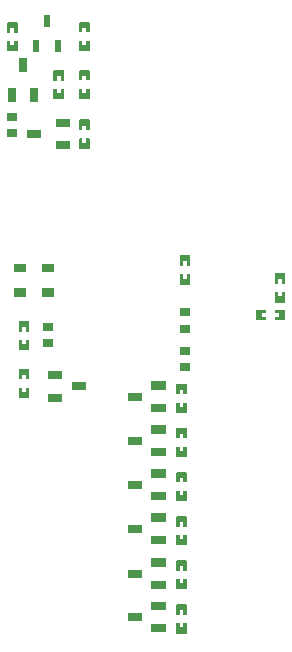
<source format=gtp>
G04 Layer: TopPasteMaskLayer*
G04 EasyEDA v6.4.25, 2021-12-23T21:53:31+01:00*
G04 8dbf8c46b5b441d7b08fc360c6495019,7d3f4a13764643a7838717c5c1d40531,10*
G04 Gerber Generator version 0.2*
G04 Scale: 100 percent, Rotated: No, Reflected: No *
G04 Dimensions in inches *
G04 leading zeros omitted , absolute positions ,3 integer and 6 decimal *
%FSLAX36Y36*%
%MOIN*%

%ADD18R,0.0492X0.0276*%
%ADD20R,0.0354X0.0315*%
%ADD21R,0.0276X0.0492*%
%ADD22R,0.0209X0.0416*%
%ADD23R,0.0394X0.0295*%

%LPD*%
G36*
X903060Y170820D02*
G01*
X901080Y168840D01*
X901080Y137360D01*
X903060Y135380D01*
X934539Y135380D01*
X936520Y137360D01*
X936520Y168840D01*
X934539Y170820D01*
X925580Y170820D01*
X925580Y156260D01*
X912580Y156260D01*
X912580Y170820D01*
G37*
G36*
X903060Y233420D02*
G01*
X901080Y231439D01*
X901080Y200340D01*
X903060Y198380D01*
X912580Y198380D01*
X912580Y213340D01*
X925580Y213340D01*
X925580Y198380D01*
X934539Y198380D01*
X936520Y200340D01*
X936520Y231439D01*
X934539Y233420D01*
G37*
G36*
X903060Y317620D02*
G01*
X901080Y315640D01*
X901080Y284160D01*
X903060Y282180D01*
X934539Y282180D01*
X936520Y284160D01*
X936520Y315640D01*
X934539Y317620D01*
X925580Y317620D01*
X925580Y303040D01*
X912580Y303040D01*
X912580Y317620D01*
G37*
G36*
X903060Y380220D02*
G01*
X901080Y378240D01*
X901080Y347140D01*
X903060Y345180D01*
X912580Y345180D01*
X912580Y360140D01*
X925580Y360140D01*
X925580Y345180D01*
X934539Y345180D01*
X936520Y347140D01*
X936520Y378240D01*
X934539Y380220D01*
G37*
G36*
X903060Y464520D02*
G01*
X901080Y462540D01*
X901080Y431060D01*
X903060Y429080D01*
X934539Y429080D01*
X936520Y431060D01*
X936520Y462540D01*
X934539Y464520D01*
X925580Y464520D01*
X925580Y449940D01*
X912580Y449940D01*
X912580Y464520D01*
G37*
G36*
X903060Y527120D02*
G01*
X901080Y525140D01*
X901080Y494040D01*
X903060Y492080D01*
X912580Y492080D01*
X912580Y507040D01*
X925580Y507040D01*
X925580Y492080D01*
X934539Y492080D01*
X936520Y494040D01*
X936520Y525140D01*
X934539Y527120D01*
G37*
G36*
X903060Y611420D02*
G01*
X901080Y609440D01*
X901080Y577960D01*
X903060Y575980D01*
X934539Y575980D01*
X936520Y577960D01*
X936520Y609440D01*
X934539Y611420D01*
X925580Y611420D01*
X925580Y596840D01*
X912580Y596840D01*
X912580Y611420D01*
G37*
G36*
X903060Y674020D02*
G01*
X901080Y672039D01*
X901080Y640939D01*
X903060Y638980D01*
X912580Y638980D01*
X912580Y653940D01*
X925580Y653940D01*
X925580Y638980D01*
X934539Y638980D01*
X936520Y640939D01*
X936520Y672039D01*
X934539Y674020D01*
G37*
G36*
X903060Y758319D02*
G01*
X901080Y756340D01*
X901080Y724860D01*
X903060Y722880D01*
X934539Y722880D01*
X936520Y724860D01*
X936520Y756340D01*
X934539Y758319D01*
X925580Y758319D01*
X925580Y743760D01*
X912580Y743760D01*
X912580Y758319D01*
G37*
G36*
X903060Y820920D02*
G01*
X901080Y818940D01*
X901080Y787840D01*
X903060Y785879D01*
X912580Y785879D01*
X912580Y800840D01*
X925580Y800840D01*
X925580Y785879D01*
X934539Y785879D01*
X936520Y787840D01*
X936520Y818940D01*
X934539Y820920D01*
G37*
G36*
X903060Y905120D02*
G01*
X901080Y903139D01*
X901080Y871660D01*
X903060Y869680D01*
X934539Y869680D01*
X936520Y871660D01*
X936520Y903139D01*
X934539Y905120D01*
X925580Y905120D01*
X925580Y890540D01*
X912580Y890540D01*
X912580Y905120D01*
G37*
G36*
X903060Y967720D02*
G01*
X901080Y965740D01*
X901080Y934640D01*
X903060Y932680D01*
X912580Y932680D01*
X912580Y947640D01*
X925580Y947640D01*
X925580Y932680D01*
X934539Y932680D01*
X936520Y934640D01*
X936520Y965740D01*
X934539Y967720D01*
G37*
G36*
X378000Y955160D02*
G01*
X376040Y953199D01*
X376040Y921700D01*
X378000Y919740D01*
X409500Y919740D01*
X411460Y921700D01*
X411460Y953199D01*
X409500Y955160D01*
X400520Y955160D01*
X400520Y940600D01*
X387540Y940600D01*
X387540Y955160D01*
G37*
G36*
X378000Y1017760D02*
G01*
X376040Y1015800D01*
X376040Y984700D01*
X378000Y982720D01*
X387540Y982720D01*
X387540Y997680D01*
X400520Y997680D01*
X400520Y982720D01*
X409500Y982720D01*
X411460Y984700D01*
X411460Y1015800D01*
X409500Y1017760D01*
G37*
G36*
X1231180Y1214600D02*
G01*
X1229200Y1212620D01*
X1229200Y1203640D01*
X1243780Y1203640D01*
X1243780Y1190660D01*
X1229200Y1190660D01*
X1229200Y1181120D01*
X1231180Y1179160D01*
X1262680Y1179160D01*
X1264640Y1181120D01*
X1264640Y1212620D01*
X1262680Y1214600D01*
G37*
G36*
X1168580Y1214600D02*
G01*
X1166620Y1212620D01*
X1166620Y1181120D01*
X1168580Y1179160D01*
X1199680Y1179160D01*
X1201640Y1181120D01*
X1201640Y1190660D01*
X1186680Y1190660D01*
X1186680Y1203640D01*
X1201640Y1203640D01*
X1201640Y1212620D01*
X1199680Y1214600D01*
G37*
G36*
X1231120Y1273920D02*
G01*
X1229160Y1271940D01*
X1229160Y1240460D01*
X1231120Y1238480D01*
X1262620Y1238480D01*
X1264600Y1240460D01*
X1264600Y1271940D01*
X1262620Y1273920D01*
X1253640Y1273920D01*
X1253640Y1259340D01*
X1240660Y1259340D01*
X1240660Y1273920D01*
G37*
G36*
X1231120Y1336519D02*
G01*
X1229160Y1334540D01*
X1229160Y1303440D01*
X1231120Y1301480D01*
X1240660Y1301480D01*
X1240660Y1316440D01*
X1253640Y1316440D01*
X1253640Y1301480D01*
X1262620Y1301480D01*
X1264600Y1303440D01*
X1264600Y1334540D01*
X1262620Y1336519D01*
G37*
G36*
X579260Y1951420D02*
G01*
X577280Y1949440D01*
X577280Y1917960D01*
X579260Y1915980D01*
X610740Y1915980D01*
X612720Y1917960D01*
X612720Y1949440D01*
X610740Y1951420D01*
X601780Y1951420D01*
X601780Y1936840D01*
X588780Y1936840D01*
X588780Y1951420D01*
G37*
G36*
X579260Y2014019D02*
G01*
X577280Y2012040D01*
X577280Y1980940D01*
X579260Y1978980D01*
X588780Y1978980D01*
X588780Y1993940D01*
X601780Y1993940D01*
X601780Y1978980D01*
X610740Y1978980D01*
X612720Y1980940D01*
X612720Y2012040D01*
X610740Y2014019D01*
G37*
G36*
X494260Y2014019D02*
G01*
X492280Y2012040D01*
X492280Y1980560D01*
X494260Y1978580D01*
X503220Y1978580D01*
X503220Y1993160D01*
X516220Y1993160D01*
X516220Y1978580D01*
X525740Y1978580D01*
X527720Y1980560D01*
X527720Y2012040D01*
X525740Y2014019D01*
G37*
G36*
X494260Y1951020D02*
G01*
X492280Y1949060D01*
X492280Y1917960D01*
X494260Y1915980D01*
X525740Y1915980D01*
X527720Y1917960D01*
X527720Y1949060D01*
X525740Y1951020D01*
X516220Y1951020D01*
X516220Y1936060D01*
X503220Y1936060D01*
X503220Y1951020D01*
G37*
G36*
X579260Y2111420D02*
G01*
X577280Y2109440D01*
X577280Y2077960D01*
X579260Y2075980D01*
X610740Y2075980D01*
X612720Y2077960D01*
X612720Y2109440D01*
X610740Y2111420D01*
X601780Y2111420D01*
X601780Y2096840D01*
X588780Y2096840D01*
X588780Y2111420D01*
G37*
G36*
X579260Y2174020D02*
G01*
X577280Y2172040D01*
X577280Y2140940D01*
X579260Y2138980D01*
X588780Y2138980D01*
X588780Y2153940D01*
X601780Y2153940D01*
X601780Y2138980D01*
X610740Y2138980D01*
X612720Y2140940D01*
X612720Y2172040D01*
X610740Y2174020D01*
G37*
G36*
X339260Y2174020D02*
G01*
X337280Y2172040D01*
X337280Y2140560D01*
X339260Y2138580D01*
X348220Y2138580D01*
X348220Y2153160D01*
X361220Y2153160D01*
X361220Y2138580D01*
X370740Y2138580D01*
X372720Y2140560D01*
X372720Y2172040D01*
X370740Y2174020D01*
G37*
G36*
X339260Y2111020D02*
G01*
X337280Y2109060D01*
X337280Y2077960D01*
X339260Y2075980D01*
X370740Y2075980D01*
X372720Y2077960D01*
X372720Y2109060D01*
X370740Y2111020D01*
X361220Y2111020D01*
X361220Y2096060D01*
X348220Y2096060D01*
X348220Y2111020D01*
G37*
G36*
X579260Y1849019D02*
G01*
X577280Y1847040D01*
X577280Y1815560D01*
X579260Y1813580D01*
X588220Y1813580D01*
X588220Y1828160D01*
X601220Y1828160D01*
X601220Y1813580D01*
X610740Y1813580D01*
X612720Y1815560D01*
X612720Y1847040D01*
X610740Y1849019D01*
G37*
G36*
X579260Y1786020D02*
G01*
X577280Y1784060D01*
X577280Y1752960D01*
X579260Y1750980D01*
X610740Y1750980D01*
X612720Y1752960D01*
X612720Y1784060D01*
X610740Y1786020D01*
X601220Y1786020D01*
X601220Y1771060D01*
X588220Y1771060D01*
X588220Y1786020D01*
G37*
G36*
X378000Y1177140D02*
G01*
X376040Y1175180D01*
X376040Y1143680D01*
X378000Y1141700D01*
X386980Y1141700D01*
X386980Y1156280D01*
X399960Y1156280D01*
X399960Y1141700D01*
X409500Y1141700D01*
X411460Y1143680D01*
X411460Y1175180D01*
X409500Y1177140D01*
G37*
G36*
X378000Y1114140D02*
G01*
X376040Y1112180D01*
X376040Y1081080D01*
X378000Y1079120D01*
X409500Y1079120D01*
X411460Y1081080D01*
X411460Y1112180D01*
X409500Y1114140D01*
X399960Y1114140D01*
X399960Y1099180D01*
X386980Y1099180D01*
X386980Y1114140D01*
G37*
G36*
X915500Y1333300D02*
G01*
X913540Y1331320D01*
X913540Y1299820D01*
X915500Y1297860D01*
X947000Y1297860D01*
X948960Y1299820D01*
X948960Y1331320D01*
X947000Y1333300D01*
X938020Y1333300D01*
X938020Y1318720D01*
X925020Y1318720D01*
X925020Y1333300D01*
G37*
G36*
X915500Y1395880D02*
G01*
X913540Y1393920D01*
X913540Y1362820D01*
X915500Y1360860D01*
X925020Y1360860D01*
X925020Y1375820D01*
X938020Y1375820D01*
X938020Y1360860D01*
X947000Y1360860D01*
X948960Y1362820D01*
X948960Y1393920D01*
X947000Y1395880D01*
G37*
D18*
G01*
X498130Y996799D03*
G01*
X498130Y921999D03*
G01*
X576869Y959400D03*
G36*
X817863Y166979D02*
G01*
X867075Y166979D01*
X867075Y139420D01*
X817863Y139420D01*
G37*
G36*
X817863Y241779D02*
G01*
X867075Y241779D01*
X867075Y214220D01*
X817863Y214220D01*
G37*
G36*
X739123Y204378D02*
G01*
X788335Y204378D01*
X788335Y176819D01*
X739123Y176819D01*
G37*
G36*
X817863Y310779D02*
G01*
X867075Y310779D01*
X867075Y283220D01*
X817863Y283220D01*
G37*
G36*
X817863Y385578D02*
G01*
X867075Y385578D01*
X867075Y358020D01*
X817863Y358020D01*
G37*
G36*
X739123Y348179D02*
G01*
X788335Y348179D01*
X788335Y320619D01*
X739123Y320619D01*
G37*
G36*
X817863Y460779D02*
G01*
X867075Y460779D01*
X867075Y433220D01*
X817863Y433220D01*
G37*
G36*
X817863Y535578D02*
G01*
X867075Y535578D01*
X867075Y508020D01*
X817863Y508020D01*
G37*
G36*
X739123Y498179D02*
G01*
X788335Y498179D01*
X788335Y470619D01*
X739123Y470619D01*
G37*
G36*
X817863Y607579D02*
G01*
X867075Y607579D01*
X867075Y580019D01*
X817863Y580019D01*
G37*
G36*
X817863Y682379D02*
G01*
X867075Y682379D01*
X867075Y654819D01*
X817863Y654819D01*
G37*
G36*
X739123Y644978D02*
G01*
X788335Y644978D01*
X788335Y617420D01*
X739123Y617420D01*
G37*
G36*
X817863Y754479D02*
G01*
X867075Y754479D01*
X867075Y726920D01*
X817863Y726920D01*
G37*
G36*
X817863Y829279D02*
G01*
X867075Y829279D01*
X867075Y801720D01*
X817863Y801720D01*
G37*
G36*
X739123Y791878D02*
G01*
X788335Y791878D01*
X788335Y764319D01*
X739123Y764319D01*
G37*
G36*
X817863Y901379D02*
G01*
X867075Y901379D01*
X867075Y873820D01*
X817863Y873820D01*
G37*
G36*
X817863Y976179D02*
G01*
X867075Y976179D01*
X867075Y948620D01*
X817863Y948620D01*
G37*
G36*
X739123Y938778D02*
G01*
X788335Y938778D01*
X788335Y911220D01*
X739123Y911220D01*
G37*
D20*
G01*
X355000Y1802440D03*
G01*
X355000Y1857559D03*
D18*
G01*
X425799Y1800000D03*
G01*
X524200Y1837399D03*
G01*
X524200Y1762600D03*
D21*
G01*
X390000Y2029200D03*
G01*
X427399Y1930799D03*
G01*
X352600Y1930799D03*
D22*
G01*
X432600Y2094009D03*
G01*
X507399Y2094009D03*
G01*
X470000Y2175990D03*
D20*
G01*
X475000Y1158809D03*
G01*
X475000Y1103690D03*
G01*
X931250Y1205680D03*
G01*
X931250Y1150569D03*
G36*
X454603Y1286639D02*
G01*
X493973Y1286639D01*
X493973Y1257110D01*
X454603Y1257110D01*
G37*
G36*
X362278Y1286639D02*
G01*
X401649Y1286639D01*
X401649Y1257110D01*
X362278Y1257110D01*
G37*
D23*
G01*
X381959Y1353119D03*
G01*
X474290Y1353119D03*
D20*
G01*
X931250Y1077559D03*
G01*
X931250Y1022440D03*
M02*

</source>
